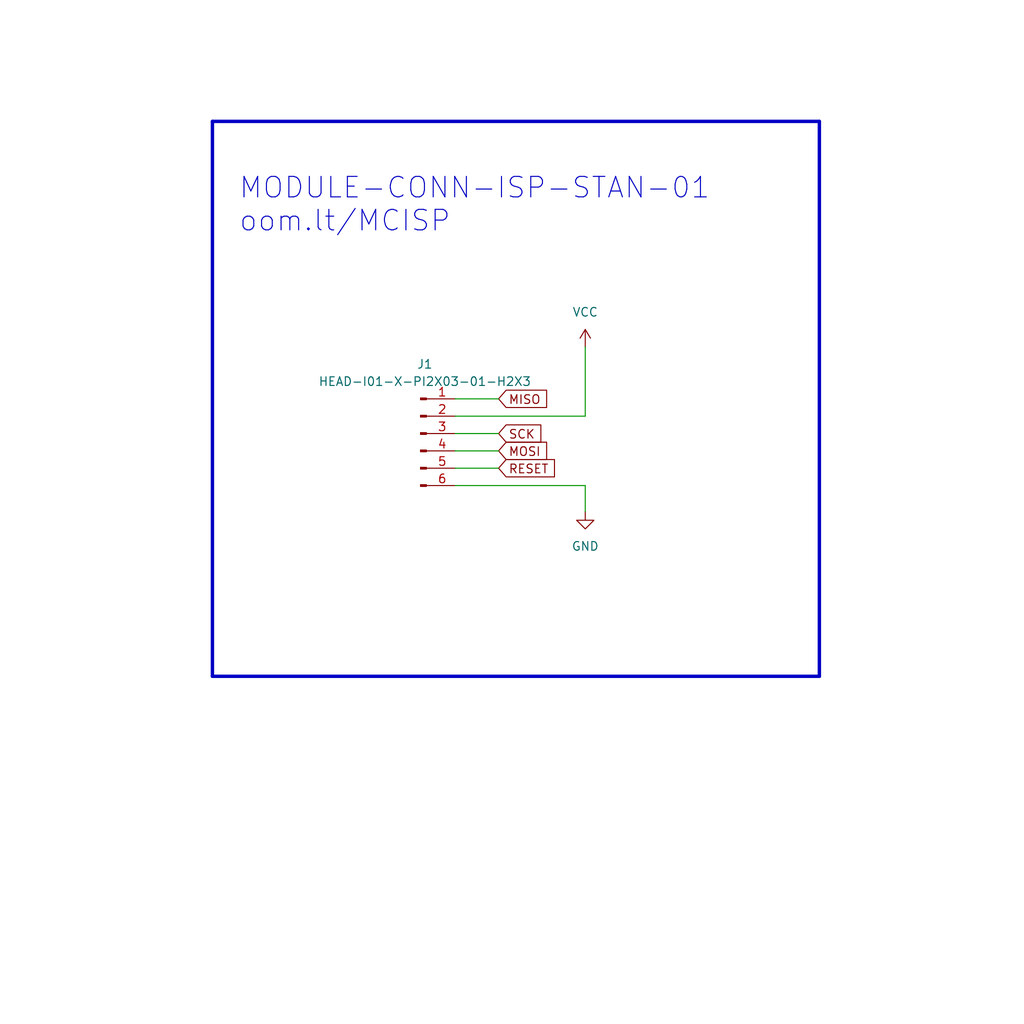
<source format=kicad_sch>
(kicad_sch (version 20211123) (generator eeschema)
  (paper "User" 150.012 150.012)
  (lib_symbols
    (symbol "oomlout_OOMP_parts:HEAD-I01-X-PI2X03-01-H2X3" (pin_names (offset 1.016) hide)
      (property "Reference" "J" (at 0 7.62 0))
      (property "Value" "HEAD-I01-X-PI2X03-01-H2X3" (at 0 -10.16 0))
      (symbol "HEAD-I01-X-PI2X03-01-H2X3_1_1"
        (polyline (pts (xy 1.27 -7.62) (xy 0.8636 -7.62)) (stroke (width 0.1524)))
        (polyline (pts (xy 1.27 -5.08) (xy 0.8636 -5.08)) (stroke (width 0.1524)))
        (polyline (pts (xy 1.27 -2.54) (xy 0.8636 -2.54)) (stroke (width 0.1524)))
        (polyline (pts (xy 1.27 0) (xy 0.8636 0)) (stroke (width 0.1524)))
        (polyline (pts (xy 1.27 2.54) (xy 0.8636 2.54)) (stroke (width 0.1524)))
        (polyline (pts (xy 1.27 5.08) (xy 0.8636 5.08)) (stroke (width 0.1524)))
        (rectangle (start 0.8636 -7.493) (end 0 -7.747) (stroke (width 0.1524)) (fill (type outline)))
        (rectangle (start 0.8636 -4.953) (end 0 -5.207) (stroke (width 0.1524)) (fill (type outline)))
        (rectangle (start 0.8636 -2.413) (end 0 -2.667) (stroke (width 0.1524)) (fill (type outline)))
        (rectangle (start 0.8636 0.127) (end 0 -0.127) (stroke (width 0.1524)) (fill (type outline)))
        (rectangle (start 0.8636 2.667) (end 0 2.413) (stroke (width 0.1524)) (fill (type outline)))
        (rectangle (start 0.8636 5.207) (end 0 4.953) (stroke (width 0.1524)) (fill (type outline)))
        (pin passive line (at 5.08 5.08 180) (length 3.81) (name "Pin_1") (number "1"))
        (pin passive line (at 5.08 2.54 180) (length 3.81) (name "Pin_2") (number "2"))
        (pin passive line (at 5.08 0 180) (length 3.81) (name "Pin_3") (number "3"))
        (pin passive line (at 5.08 -2.54 180) (length 3.81) (name "Pin_4") (number "4"))
        (pin passive line (at 5.08 -5.08 180) (length 3.81) (name "Pin_5") (number "5"))
        (pin passive line (at 5.08 -7.62 180) (length 3.81) (name "Pin_6") (number "6"))
      )
    )
    (symbol "power:GND" (power) (pin_names (offset 0))
      (property "Value" "GND" (at 0 -3.81 0))
      (symbol "GND_0_1"
        (polyline (pts (xy 0 0) (xy 0 -1.27) (xy 1.27 -1.27) (xy 0 -2.54) (xy -1.27 -1.27) (xy 0 -1.27)))
      )
      (symbol "GND_1_1"
        (pin power_in line (at 0 0 270) (length 0) hide (name "GND") (number "1"))
      )
    )
    (symbol "power:VCC" (power) (pin_names (offset 0))
      (property "Value" "VCC" (at 0 3.81 0))
      (symbol "VCC_0_1"
        (polyline (pts (xy -0.762 1.27) (xy 0 2.54)))
        (polyline (pts (xy 0 0) (xy 0 2.54)))
        (polyline (pts (xy 0 2.54) (xy 0.762 1.27)))
      )
      (symbol "VCC_1_1"
        (pin power_in line (at 0 0 90) (length 0) hide (name "VCC") (number "1"))
      )
    )
  )
  (polyline (pts (xy 31.115 99.06) (xy 120.015 99.06)) (stroke (width 0.5) (type solid)))
  (wire (pts (xy 66.675 60.96) (xy 85.725 60.96)))
  (wire (pts (xy 85.725 71.12) (xy 85.725 74.93)))
  (polyline (pts (xy 31.115 17.78) (xy 120.015 17.78)) (stroke (width 0.5) (type solid)))
  (wire (pts (xy 66.675 71.12) (xy 85.725 71.12)))
  (wire (pts (xy 85.725 50.8) (xy 85.725 60.96)))
  (polyline (pts (xy 31.115 17.78) (xy 31.115 99.06)) (stroke (width 0.5) (type solid)))
  (wire (pts (xy 66.675 63.5) (xy 73.025 63.5)))
  (wire (pts (xy 66.675 58.42) (xy 73.025 58.42)))
  (wire (pts (xy 66.675 68.58) (xy 73.025 68.58)))
  (wire (pts (xy 66.675 66.04) (xy 73.025 66.04)))
  (polyline (pts (xy 120.015 99.06) (xy 120.015 17.78)) (stroke (width 0.5) (type solid)))
  (text "MODULE-CONN-ISP-STAN-01\noom.lt/MCISP" (at 34.925 34.29 0) (effects (font (size 3 3)) (justify left bottom)))
  (global_label "RESET" (shape input) (at 73.025 68.58 0) (property "Intersheet References" "${INTERSHEET_REFS}" (effects hide)))
  (global_label "MISO" (shape input) (at 73.025 58.42 0) (property "Intersheet References" "${INTERSHEET_REFS}" (effects hide)))
  (global_label "MOSI" (shape input) (at 73.025 66.04 0) (property "Intersheet References" "${INTERSHEET_REFS}" (effects hide)))
  (global_label "SCK" (shape input) (at 73.025 63.5 0) (property "Intersheet References" "${INTERSHEET_REFS}" (effects hide)))
  (symbol (lib_id "oomlout_OOMP_parts:HEAD-I01-X-PI2X03-01-H2X3") (at 61.595 63.5 0) (unit 1)
    (property "Reference" "J1" (at 62.23 53.34 0))
    (property "Value" "HEAD-I01-X-PI2X03-01-H2X3" (at 62.23 55.88 0))
    (property "Footprint" "oomlout_OOMP_parts:HEAD-I01-X-PI2X03-01-H2X3" (effects hide))
    (property "Datasheet" "oom.lt/H2X3" (effects hide))
  )
  (symbol (lib_id "power:GND") (at 85.725 74.93 0) (unit 1)
    (property "Reference" "#PWR?" (effects hide))
    (property "Value" "GND" (at 85.725 80.01 0))
  )
  (symbol (lib_id "power:VCC") (at 85.725 50.8 0) (unit 1)
    (property "Reference" "#PWR?" (effects hide))
    (property "Value" "VCC" (at 85.725 45.72 0))
  )
)
</source>
